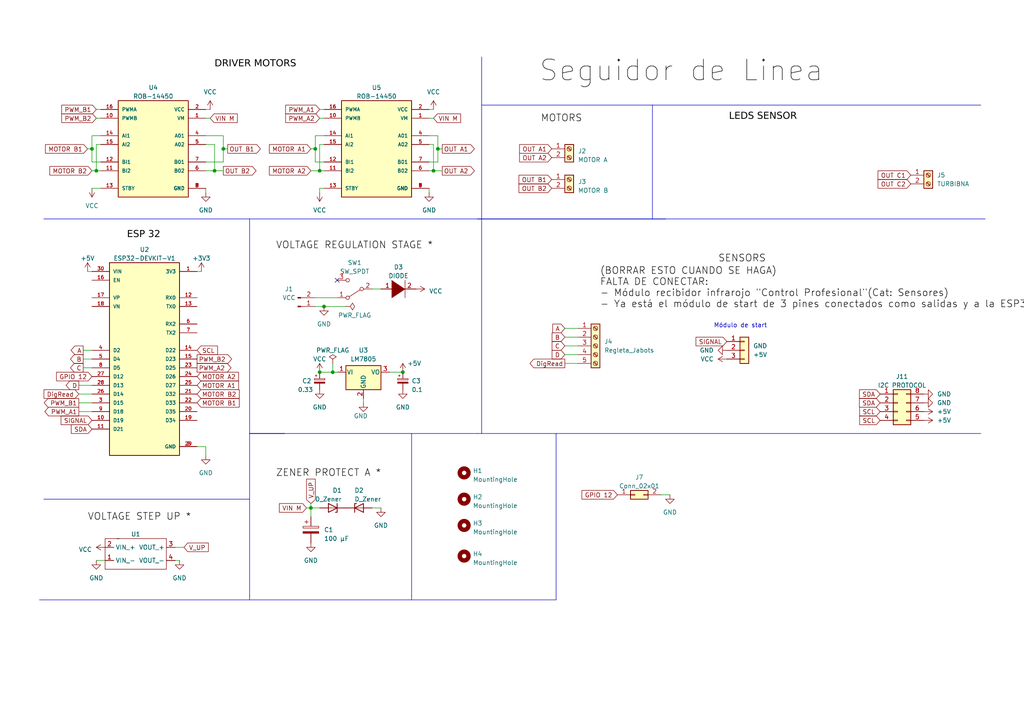
<source format=kicad_sch>
(kicad_sch (version 20230121) (generator eeschema)
  (paper "A4")
  (lib_symbols
    (symbol "Connector:Conn_01x02_Male" (pin_names (offset 1.016) hide)
      (property "Reference" "J1" (at -2.54 2.54 0))
      (property "Value" "VCC" (at -2.54 0 0))
      (symbol "Conn_01x02_Male_1_1"
        (rectangle (start 0 -2.413) (end 0.8636 -2.667) (stroke (width 0.1524)) (fill (type outline)))
        (polyline (pts (xy 1.27 -2.54) (xy 0.8636 -2.54)) (stroke (width 0.1524)))
        (polyline (pts (xy 1.27 0) (xy 0.8636 0)) (stroke (width 0.1524)))
        (rectangle (start 0.8636 0.127) (end 0 -0.127) (stroke (width 0.1524)) (fill (type outline)))
        (pin passive line (at 5.08 -2.54 180) (length 3.81) (name "Pin_2") (number "1"))
        (pin passive line (at 5.08 0 180) (length 3.81) (name "Pin_1") (number "2"))
      )
    )
    (symbol "Connector:Screw_Terminal_01x02" (pin_names (offset 1.016) hide)
      (property "Reference" "J" (at 0 2.54 0))
      (property "Value" "Screw_Terminal_01x02" (at 0 -5.08 0))
      (symbol "Screw_Terminal_01x02_1_1"
        (rectangle (start -1.27 1.27) (end 1.27 -3.81) (stroke (width 0.254)) (fill (type background)))
        (circle (center 0 -2.54) (radius 0.635) (stroke (width 0.1524)))
        (polyline (pts (xy -0.5334 -2.2098) (xy 0.3302 -3.048)) (stroke (width 0.1524)))
        (polyline (pts (xy -0.5334 0.3302) (xy 0.3302 -0.508)) (stroke (width 0.1524)))
        (polyline (pts (xy -0.3556 -2.032) (xy 0.508 -2.8702)) (stroke (width 0.1524)))
        (polyline (pts (xy -0.3556 0.508) (xy 0.508 -0.3302)) (stroke (width 0.1524)))
        (circle (center 0 0) (radius 0.635) (stroke (width 0.1524)))
        (pin passive line (at -5.08 0 0) (length 3.81) (name "Pin_1") (number "1"))
        (pin passive line (at -5.08 -2.54 0) (length 3.81) (name "Pin_2") (number "2"))
      )
    )
    (symbol "Connector:Screw_Terminal_01x05" (pin_names (offset 1.016) hide)
      (property "Reference" "J" (at 0 7.62 0))
      (property "Value" "Screw_Terminal_01x05" (at 0 -7.62 0))
      (symbol "Screw_Terminal_01x05_1_1"
        (rectangle (start -1.27 6.35) (end 1.27 -6.35) (stroke (width 0.254)) (fill (type background)))
        (circle (center 0 -5.08) (radius 0.635) (stroke (width 0.1524)))
        (circle (center 0 -2.54) (radius 0.635) (stroke (width 0.1524)))
        (polyline (pts (xy -0.5334 -4.7498) (xy 0.3302 -5.588)) (stroke (width 0.1524)))
        (polyline (pts (xy -0.5334 -2.2098) (xy 0.3302 -3.048)) (stroke (width 0.1524)))
        (polyline (pts (xy -0.5334 0.3302) (xy 0.3302 -0.508)) (stroke (width 0.1524)))
        (polyline (pts (xy -0.5334 2.8702) (xy 0.3302 2.032)) (stroke (width 0.1524)))
        (polyline (pts (xy -0.5334 5.4102) (xy 0.3302 4.572)) (stroke (width 0.1524)))
        (polyline (pts (xy -0.3556 -4.572) (xy 0.508 -5.4102)) (stroke (width 0.1524)))
        (polyline (pts (xy -0.3556 -2.032) (xy 0.508 -2.8702)) (stroke (width 0.1524)))
        (polyline (pts (xy -0.3556 0.508) (xy 0.508 -0.3302)) (stroke (width 0.1524)))
        (polyline (pts (xy -0.3556 3.048) (xy 0.508 2.2098)) (stroke (width 0.1524)))
        (polyline (pts (xy -0.3556 5.588) (xy 0.508 4.7498)) (stroke (width 0.1524)))
        (circle (center 0 0) (radius 0.635) (stroke (width 0.1524)))
        (circle (center 0 2.54) (radius 0.635) (stroke (width 0.1524)))
        (circle (center 0 5.08) (radius 0.635) (stroke (width 0.1524)))
        (pin passive line (at -5.08 5.08 0) (length 3.81) (name "Pin_1") (number "1"))
        (pin passive line (at -5.08 2.54 0) (length 3.81) (name "Pin_2") (number "2"))
        (pin passive line (at -5.08 0 0) (length 3.81) (name "Pin_3") (number "3"))
        (pin passive line (at -5.08 -2.54 0) (length 3.81) (name "Pin_4") (number "4"))
        (pin passive line (at -5.08 -5.08 0) (length 3.81) (name "Pin_5") (number "5"))
      )
    )
    (symbol "Connector_Generic:Conn_01x03" (pin_names (offset 1.016) hide)
      (property "Reference" "J" (at 0 5.08 0))
      (property "Value" "Conn_01x03" (at 0 -5.08 0))
      (symbol "Conn_01x03_1_1"
        (rectangle (start -1.27 -2.413) (end 0 -2.667) (stroke (width 0.1524)))
        (rectangle (start -1.27 0.127) (end 0 -0.127) (stroke (width 0.1524)))
        (rectangle (start -1.27 2.667) (end 0 2.413) (stroke (width 0.1524)))
        (rectangle (start -1.27 3.81) (end 1.27 -3.81) (stroke (width 0.254)) (fill (type background)))
        (pin passive line (at -5.08 2.54 0) (length 3.81) (name "Pin_1") (number "1"))
        (pin passive line (at -5.08 0 0) (length 3.81) (name "Pin_2") (number "2"))
        (pin passive line (at -5.08 -2.54 0) (length 3.81) (name "Pin_3") (number "3"))
      )
    )
    (symbol "Connector_Generic:Conn_02x01" (pin_names (offset 1.016) hide)
      (property "Reference" "J" (at 1.27 2.54 0))
      (property "Value" "Conn_02x01" (at 1.27 -2.54 0))
      (symbol "Conn_02x01_1_1"
        (rectangle (start -1.27 0.127) (end 0 -0.127) (stroke (width 0.1524)))
        (rectangle (start -1.27 1.27) (end 3.81 -1.27) (stroke (width 0.254)) (fill (type background)))
        (rectangle (start 3.81 0.127) (end 2.54 -0.127) (stroke (width 0.1524)))
        (pin passive line (at -5.08 0 0) (length 3.81) (name "Pin_1") (number "1"))
        (pin passive line (at 7.62 0 180) (length 3.81) (name "Pin_2") (number "2"))
      )
    )
    (symbol "Connector_Generic:Conn_02x04_Counter_Clockwise" (pin_names (offset 1.016) hide)
      (property "Reference" "J" (at 1.27 5.08 0))
      (property "Value" "Conn_02x04_Counter_Clockwise" (at 1.27 -7.62 0))
      (symbol "Conn_02x04_Counter_Clockwise_1_1"
        (rectangle (start -1.27 -4.953) (end 0 -5.207) (stroke (width 0.1524)))
        (rectangle (start -1.27 -2.413) (end 0 -2.667) (stroke (width 0.1524)))
        (rectangle (start -1.27 0.127) (end 0 -0.127) (stroke (width 0.1524)))
        (rectangle (start -1.27 2.667) (end 0 2.413) (stroke (width 0.1524)))
        (rectangle (start -1.27 3.81) (end 3.81 -6.35) (stroke (width 0.254)) (fill (type background)))
        (rectangle (start 3.81 -4.953) (end 2.54 -5.207) (stroke (width 0.1524)))
        (rectangle (start 3.81 -2.413) (end 2.54 -2.667) (stroke (width 0.1524)))
        (rectangle (start 3.81 0.127) (end 2.54 -0.127) (stroke (width 0.1524)))
        (rectangle (start 3.81 2.667) (end 2.54 2.413) (stroke (width 0.1524)))
        (pin passive line (at -5.08 2.54 0) (length 3.81) (name "Pin_1") (number "1"))
        (pin passive line (at -5.08 0 0) (length 3.81) (name "Pin_2") (number "2"))
        (pin passive line (at -5.08 -2.54 0) (length 3.81) (name "Pin_3") (number "3"))
        (pin passive line (at -5.08 -5.08 0) (length 3.81) (name "Pin_4") (number "4"))
        (pin passive line (at 7.62 -5.08 180) (length 3.81) (name "Pin_5") (number "5"))
        (pin passive line (at 7.62 -2.54 180) (length 3.81) (name "Pin_6") (number "6"))
        (pin passive line (at 7.62 0 180) (length 3.81) (name "Pin_7") (number "7"))
        (pin passive line (at 7.62 2.54 180) (length 3.81) (name "Pin_8") (number "8"))
      )
    )
    (symbol "Device:C_Polarized" (pin_numbers hide) (pin_names (offset 0.254))
      (property "Reference" "C" (at 0.635 2.54 0))
      (property "Value" "C_Polarized" (at 0.635 -2.54 0))
      (symbol "C_Polarized_0_1"
        (rectangle (start -2.286 0.508) (end 2.286 1.016))
        (polyline (pts (xy -1.778 2.286) (xy -0.762 2.286)))
        (polyline (pts (xy -1.27 2.794) (xy -1.27 1.778)))
        (rectangle (start 2.286 -0.508) (end -2.286 -1.016) (fill (type outline)))
      )
      (symbol "C_Polarized_1_1"
        (pin passive line (at 0 3.81 270) (length 2.794) (name "~") (number "1"))
        (pin passive line (at 0 -3.81 90) (length 2.794) (name "~") (number "2"))
      )
    )
    (symbol "Device:C_Polarized_Small" (pin_numbers hide) (pin_names (offset 0.254) hide)
      (property "Reference" "C" (at 0.254 1.778 0))
      (property "Value" "C_Polarized_Small" (at 0.254 -2.032 0))
      (symbol "C_Polarized_Small_0_1"
        (rectangle (start -1.524 -0.3048) (end 1.524 -0.6858) (fill (type outline)))
        (rectangle (start -1.524 0.6858) (end 1.524 0.3048))
        (polyline (pts (xy -1.27 1.524) (xy -0.762 1.524)))
        (polyline (pts (xy -1.016 1.27) (xy -1.016 1.778)))
      )
      (symbol "C_Polarized_Small_1_1"
        (pin passive line (at 0 2.54 270) (length 1.8542) (name "~") (number "1"))
        (pin passive line (at 0 -2.54 90) (length 1.8542) (name "~") (number "2"))
      )
    )
    (symbol "Device:D_Zener" (pin_numbers hide) (pin_names (offset 1.016) hide)
      (property "Reference" "D" (at 0 2.54 0))
      (property "Value" "D_Zener" (at 0 -2.54 0))
      (symbol "D_Zener_0_1"
        (polyline (pts (xy 1.27 0) (xy -1.27 0)))
        (polyline (pts (xy -1.27 -1.27) (xy -1.27 1.27) (xy -0.762 1.27)) (stroke (width 0.254)))
        (polyline (pts (xy 1.27 -1.27) (xy 1.27 1.27) (xy -1.27 0) (xy 1.27 -1.27)) (stroke (width 0.254)))
      )
      (symbol "D_Zener_1_1"
        (pin passive line (at -3.81 0 0) (length 2.54) (name "K") (number "1"))
        (pin passive line (at 3.81 0 180) (length 2.54) (name "A") (number "2"))
      )
    )
    (symbol "ESP32-DEVKIT-V1:ESP32-DEVKIT-V1" (pin_names (offset 1.016))
      (property "Reference" "U" (at -10.16 30.48 0))
      (property "Value" "ESP32-DEVKIT-V1" (at -10.16 -30.48 0))
      (symbol "ESP32-DEVKIT-V1_0_0"
        (rectangle (start -10.16 -27.94) (end 10.16 27.94) (stroke (width 0.254)) (fill (type background)))
        (pin output line (at 15.24 25.4 180) (length 5.08) (name "3V3") (number "1"))
        (pin bidirectional line (at -15.24 -17.78 0) (length 5.08) (name "D19") (number "10"))
        (pin bidirectional line (at -15.24 -20.32 0) (length 5.08) (name "D21") (number "11"))
        (pin input line (at 15.24 17.78 180) (length 5.08) (name "RX0") (number "12"))
        (pin output line (at 15.24 15.24 180) (length 5.08) (name "TX0") (number "13"))
        (pin bidirectional line (at 15.24 2.54 180) (length 5.08) (name "D22") (number "14"))
        (pin bidirectional line (at 15.24 0 180) (length 5.08) (name "D23") (number "15"))
        (pin input line (at -15.24 22.86 0) (length 5.08) (name "EN") (number "16"))
        (pin bidirectional line (at -15.24 17.78 0) (length 5.08) (name "VP") (number "17"))
        (pin bidirectional line (at -15.24 15.24 0) (length 5.08) (name "VN") (number "18"))
        (pin bidirectional line (at 15.24 -17.78 180) (length 5.08) (name "D34") (number "19"))
        (pin power_in line (at 15.24 -25.4 180) (length 5.08) (name "GND") (number "2"))
        (pin bidirectional line (at 15.24 -15.24 180) (length 5.08) (name "D35") (number "20"))
        (pin bidirectional line (at 15.24 -10.16 180) (length 5.08) (name "D32") (number "21"))
        (pin bidirectional line (at 15.24 -12.7 180) (length 5.08) (name "D33") (number "22"))
        (pin bidirectional line (at 15.24 -2.54 180) (length 5.08) (name "D25") (number "23"))
        (pin bidirectional line (at 15.24 -5.08 180) (length 5.08) (name "D26") (number "24"))
        (pin bidirectional line (at 15.24 -7.62 180) (length 5.08) (name "D27") (number "25"))
        (pin bidirectional line (at -15.24 -10.16 0) (length 5.08) (name "D14") (number "26"))
        (pin bidirectional line (at -15.24 -5.08 0) (length 5.08) (name "D12") (number "27"))
        (pin bidirectional line (at -15.24 -7.62 0) (length 5.08) (name "D13") (number "28"))
        (pin power_in line (at 15.24 -25.4 180) (length 5.08) (name "GND") (number "29"))
        (pin bidirectional line (at -15.24 -12.7 0) (length 5.08) (name "D15") (number "3"))
        (pin input line (at -15.24 25.4 0) (length 5.08) (name "VIN") (number "30"))
        (pin bidirectional line (at -15.24 2.54 0) (length 5.08) (name "D2") (number "4"))
        (pin bidirectional line (at -15.24 0 0) (length 5.08) (name "D4") (number "5"))
        (pin input line (at 15.24 10.16 180) (length 5.08) (name "RX2") (number "6"))
        (pin output line (at 15.24 7.62 180) (length 5.08) (name "TX2") (number "7"))
        (pin bidirectional line (at -15.24 -2.54 0) (length 5.08) (name "D5") (number "8"))
        (pin bidirectional line (at -15.24 -15.24 0) (length 5.08) (name "D18") (number "9"))
      )
    )
    (symbol "GND_1" (power) (pin_names (offset 0))
      (property "Value" "GND_1" (at 0 -3.81 0))
      (symbol "GND_1_0_1"
        (polyline (pts (xy 0 0) (xy 0 -1.27) (xy 1.27 -1.27) (xy 0 -2.54) (xy -1.27 -1.27) (xy 0 -1.27)))
      )
      (symbol "GND_1_1_1"
        (pin power_in line (at 0 0 270) (length 0) hide (name "GND") (number "1"))
      )
    )
    (symbol "GND_2" (power) (pin_names (offset 0))
      (property "Value" "GND_2" (at 0 -3.81 0))
      (symbol "GND_2_0_1"
        (polyline (pts (xy 0 0) (xy 0 -1.27) (xy 1.27 -1.27) (xy 0 -2.54) (xy -1.27 -1.27) (xy 0 -1.27)))
      )
      (symbol "GND_2_1_1"
        (pin power_in line (at 0 0 270) (length 0) hide (name "GND") (number "1"))
      )
    )
    (symbol "MT 3806 STEP UP:MT_3608"
      (property "Reference" "U" (at 15.24 -2.54 0))
      (symbol "MT_3608_0_1"
        (rectangle (start 6.35 -3.81) (end 24.13 -12.7))
      )
      (symbol "MT_3608_1_1"
        (pin input line (at 6.35 -10.16 0) (length 2.54) (name "VIN_-") (number "1"))
        (pin input line (at 6.35 -6.35 0) (length 2.54) (name "VIN_+") (number "2"))
        (pin input line (at 26.67 -6.35 180) (length 2.54) (name "VOUT_+") (number "3"))
        (pin input line (at 26.67 -10.16 180) (length 2.54) (name "VOUT_-") (number "4"))
      )
    )
    (symbol "Mechanical:MountingHole" (pin_names (offset 1.016))
      (property "Reference" "H" (at 0 5.08 0))
      (property "Value" "MountingHole" (at 0 3.175 0))
      (symbol "MountingHole_0_1"
        (circle (center 0 0) (radius 1.27) (stroke (width 1.27)))
      )
    )
    (symbol "ROB-14450:ROB-14450" (pin_names (offset 1.016))
      (property "Reference" "U" (at -10.16 16.002 0))
      (property "Value" "ROB-14450" (at -10.16 -15.24 0))
      (symbol "ROB-14450_0_0"
        (rectangle (start -10.16 -12.7) (end 10.16 15.24) (stroke (width 0.254)) (fill (type background)))
        (pin power_in line (at 15.24 10.16 180) (length 5.08) (name "VM") (number "1"))
        (pin input line (at -15.24 10.16 0) (length 5.08) (name "PWMB") (number "10"))
        (pin input line (at -15.24 -5.08 0) (length 5.08) (name "BI2") (number "11"))
        (pin input line (at -15.24 -2.54 0) (length 5.08) (name "BI1") (number "12"))
        (pin input line (at -15.24 -10.16 0) (length 5.08) (name "STBY") (number "13"))
        (pin input line (at -15.24 5.08 0) (length 5.08) (name "AI1") (number "14"))
        (pin input line (at -15.24 2.54 0) (length 5.08) (name "AI2") (number "15"))
        (pin input line (at -15.24 12.7 0) (length 5.08) (name "PWMA") (number "16"))
        (pin power_in line (at 15.24 12.7 180) (length 5.08) (name "VCC") (number "2"))
        (pin power_in line (at 15.24 -10.16 180) (length 5.08) (name "GND") (number "3"))
        (pin output line (at 15.24 5.08 180) (length 5.08) (name "A01") (number "4"))
        (pin output line (at 15.24 2.54 180) (length 5.08) (name "A02") (number "5"))
        (pin output line (at 15.24 -5.08 180) (length 5.08) (name "B02") (number "6"))
        (pin output line (at 15.24 -2.54 180) (length 5.08) (name "B01") (number "7"))
        (pin power_in line (at 15.24 -10.16 180) (length 5.08) (name "GND") (number "8"))
        (pin power_in line (at 15.24 -10.16 180) (length 5.08) (name "GND") (number "9"))
      )
    )
    (symbol "Regulator_Linear:LM7805_TO220" (pin_names (offset 0.254))
      (property "Reference" "U" (at -3.81 3.175 0))
      (property "Value" "LM7805_TO220" (at 0 3.175 0))
      (symbol "LM7805_TO220_0_1"
        (rectangle (start -5.08 1.905) (end 5.08 -5.08) (stroke (width 0.254)) (fill (type background)))
      )
      (symbol "LM7805_TO220_1_1"
        (pin power_in line (at -7.62 0 0) (length 2.54) (name "VI") (number "1"))
        (pin power_in line (at 0 -7.62 90) (length 2.54) (name "GND") (number "2"))
        (pin power_out line (at 7.62 0 180) (length 2.54) (name "VO") (number "3"))
      )
    )
    (symbol "Switch:SW_SPDT" (pin_names (offset 0) hide)
      (property "Reference" "SW" (at 0 4.318 0))
      (property "Value" "SW_SPDT" (at 0 -5.08 0))
      (symbol "SW_SPDT_0_0"
        (circle (center -2.032 0) (radius 0.508))
        (circle (center 2.032 -2.54) (radius 0.508))
      )
      (symbol "SW_SPDT_0_1"
        (polyline (pts (xy -1.524 0.254) (xy 1.651 2.286)))
        (circle (center 2.032 2.54) (radius 0.508))
      )
      (symbol "SW_SPDT_1_1"
        (pin passive line (at 5.08 2.54 180) (length 2.54) (name "A") (number "1"))
        (pin passive line (at -5.08 0 0) (length 2.54) (name "B") (number "2"))
        (pin passive line (at 5.08 -2.54 180) (length 2.54) (name "C") (number "3"))
      )
    )
    (symbol "VCC_1" (power) (pin_names (offset 0))
      (property "Value" "VCC_1" (at 0 3.81 0))
      (symbol "VCC_1_0_1"
        (polyline (pts (xy -0.762 1.27) (xy 0 2.54)))
        (polyline (pts (xy 0 0) (xy 0 2.54)))
        (polyline (pts (xy 0 2.54) (xy 0.762 1.27)))
      )
      (symbol "VCC_1_1_1"
        (pin power_in line (at 0 0 90) (length 0) hide (name "VCC") (number "1"))
      )
    )
    (symbol "VCC_2" (power) (pin_names (offset 0))
      (property "Value" "VCC_2" (at 0 3.81 0))
      (symbol "VCC_2_0_1"
        (polyline (pts (xy -0.762 1.27) (xy 0 2.54)))
        (polyline (pts (xy 0 0) (xy 0 2.54)))
        (polyline (pts (xy 0 2.54) (xy 0.762 1.27)))
      )
      (symbol "VCC_2_1_1"
        (pin power_in line (at 0 0 90) (length 0) hide (name "VCC") (number "1"))
      )
    )
    (symbol "VCC_3" (power) (pin_names (offset 0))
      (property "Value" "VCC_3" (at 0 3.81 0))
      (symbol "VCC_3_0_1"
        (polyline (pts (xy -0.762 1.27) (xy 0 2.54)))
        (polyline (pts (xy 0 0) (xy 0 2.54)))
        (polyline (pts (xy 0 2.54) (xy 0.762 1.27)))
      )
      (symbol "VCC_3_1_1"
        (pin power_in line (at 0 0 90) (length 0) hide (name "VCC") (number "1"))
      )
    )
    (symbol "power:+3.3V" (power) (pin_names (offset 0))
      (property "Value" "+3.3V" (at 0 3.556 0))
      (symbol "+3.3V_0_1"
        (polyline (pts (xy -0.762 1.27) (xy 0 2.54)))
        (polyline (pts (xy 0 0) (xy 0 2.54)))
        (polyline (pts (xy 0 2.54) (xy 0.762 1.27)))
      )
      (symbol "+3.3V_1_1"
        (pin power_in line (at 0 0 90) (length 0) hide (name "+3V3") (number "1"))
      )
    )
    (symbol "power:+5V" (power) (pin_names (offset 0))
      (property "Value" "+5V" (at 0 3.556 0))
      (symbol "+5V_0_1"
        (polyline (pts (xy -0.762 1.27) (xy 0 2.54)))
        (polyline (pts (xy 0 0) (xy 0 2.54)))
        (polyline (pts (xy 0 2.54) (xy 0.762 1.27)))
      )
      (symbol "+5V_1_1"
        (pin power_in line (at 0 0 90) (length 0) hide (name "+5V") (number "1"))
      )
    )
    (symbol "power:GND" (power) (pin_names (offset 0))
      (property "Value" "GND" (at 0 -3.81 0))
      (symbol "GND_0_1"
        (polyline (pts (xy 0 0) (xy 0 -1.27) (xy 1.27 -1.27) (xy 0 -2.54) (xy -1.27 -1.27) (xy 0 -1.27)))
      )
      (symbol "GND_1_1"
        (pin power_in line (at 0 0 270) (length 0) hide (name "GND") (number "1"))
      )
    )
    (symbol "power:PWR_FLAG" (power) (pin_numbers hide) (pin_names (offset 0) hide)
      (property "Value" "PWR_FLAG" (at 0 3.81 0))
      (symbol "PWR_FLAG_0_0"
        (pin power_out line (at 0 0 90) (length 0) (name "pwr") (number "1"))
      )
      (symbol "PWR_FLAG_0_1"
        (polyline (pts (xy 0 0) (xy 0 1.27) (xy -1.016 1.905) (xy 0 2.54) (xy 1.016 1.905) (xy 0 1.27)))
      )
    )
    (symbol "power:VCC" (power) (pin_names (offset 0))
      (property "Value" "VCC" (at 0 3.81 0))
      (symbol "VCC_0_1"
        (polyline (pts (xy -0.762 1.27) (xy 0 2.54)))
        (polyline (pts (xy 0 0) (xy 0 2.54)))
        (polyline (pts (xy 0 2.54) (xy 0.762 1.27)))
      )
      (symbol "VCC_1_1"
        (pin power_in line (at 0 0 90) (length 0) hide (name "VCC") (number "1"))
      )
    )
    (symbol "pspice:DIODE" (pin_names (offset 1.016) hide)
      (property "Reference" "D" (at 0 3.81 0))
      (property "Value" "DIODE" (at 0 -4.445 0))
      (symbol "DIODE_0_1"
        (polyline (pts (xy 1.905 2.54) (xy 1.905 -2.54)))
        (polyline (pts (xy -1.905 2.54) (xy -1.905 -2.54) (xy 1.905 0)) (fill (type outline)))
      )
      (symbol "DIODE_1_1"
        (pin input line (at -5.08 0 0) (length 3.81) (name "K") (number "1"))
        (pin input line (at 5.08 0 180) (length 3.81) (name "A") (number "2"))
      )
    )
  )
  (junction (at 62.23 49.53))
  (junction (at 92.71 107.95))
  (junction (at 91.44 43.18))
  (junction (at 125.73 49.53))
  (junction (at 116.84 107.95))
  (junction (at 96.52 107.95))
  (junction (at 90.17 147.32))
  (junction (at 92.71 49.53))
  (junction (at 26.67 43.18))
  (junction (at 27.94 49.53))
  (junction (at 64.77 43.18))
  (junction (at 93.98 88.9))
  (junction (at 127 43.18))
  (no_connect (at 97.79 81.28))
  (wire (pts (xy 125.73 49.53) (xy 124.46 49.53)))
  (polyline (pts (xy 139.7 63.5) (xy 138.43 63.5)))
  (polyline (pts (xy 72.39 125.73) (xy 82.55 125.73)))
  (wire (pts (xy 59.69 54.61) (xy 59.69 55.88)))
  (wire (pts (xy 25.4 43.18) (xy 26.67 43.18)))
  (wire (pts (xy 62.23 41.91) (xy 62.23 49.53)))
  (wire (pts (xy 92.71 41.91) (xy 92.71 49.53)))
  (wire (pts (xy 163.83 100.33) (xy 167.64 100.33)))
  (wire (pts (xy 64.77 49.53) (xy 62.23 49.53)))
  (wire (pts (xy 116.84 107.95) (xy 113.03 107.95)))
  (wire (pts (xy 107.95 147.32) (xy 110.49 147.32)))
  (polyline (pts (xy 139.7 30.48) (xy 189.23 30.48)))
  (wire (pts (xy 59.69 41.91) (xy 62.23 41.91)))
  (wire (pts (xy 59.69 49.53) (xy 62.23 49.53)))
  (wire (pts (xy 124.46 31.75) (xy 125.73 31.75)))
  (wire (pts (xy 96.52 105.41) (xy 96.52 107.95)))
  (polyline (pts (xy 139.7 63.5) (xy 285.75 63.5)))
  (wire (pts (xy 27.94 31.75) (xy 29.21 31.75)))
  (wire (pts (xy 26.67 43.18) (xy 26.67 46.99)))
  (wire (pts (xy 93.98 39.37) (xy 91.44 39.37)))
  (wire (pts (xy 125.73 41.91) (xy 125.73 49.53)))
  (wire (pts (xy 64.77 39.37) (xy 64.77 43.18)))
  (wire (pts (xy 163.83 102.87) (xy 167.64 102.87)))
  (wire (pts (xy 93.98 49.53) (xy 92.71 49.53)))
  (wire (pts (xy 29.21 39.37) (xy 26.67 39.37)))
  (wire (pts (xy 163.83 95.25) (xy 167.64 95.25)))
  (wire (pts (xy 88.9 147.32) (xy 90.17 147.32)))
  (wire (pts (xy 26.67 54.61) (xy 29.21 54.61)))
  (polyline (pts (xy 72.39 63.5) (xy 72.39 144.78)))
  (wire (pts (xy 124.46 41.91) (xy 125.73 41.91)))
  (wire (pts (xy 22.86 111.76) (xy 26.67 111.76)))
  (wire (pts (xy 105.41 115.57) (xy 105.41 116.84)))
  (wire (pts (xy 64.77 43.18) (xy 66.04 43.18)))
  (wire (pts (xy 52.07 162.56) (xy 50.8 162.56)))
  (wire (pts (xy 24.13 106.68) (xy 26.67 106.68)))
  (polyline (pts (xy 138.43 125.73) (xy 284.48 125.73)))
  (wire (pts (xy 59.69 39.37) (xy 64.77 39.37)))
  (wire (pts (xy 91.44 39.37) (xy 91.44 43.18)))
  (wire (pts (xy 93.98 54.61) (xy 92.71 54.61)))
  (wire (pts (xy 58.42 78.74) (xy 57.15 78.74)))
  (wire (pts (xy 59.69 34.29) (xy 60.96 34.29)))
  (polyline (pts (xy 72.39 63.5) (xy 139.7 63.5)))
  (wire (pts (xy 125.73 49.53) (xy 128.27 49.53)))
  (polyline (pts (xy 189.23 30.48) (xy 284.48 30.48)))
  (wire (pts (xy 163.83 97.79) (xy 167.64 97.79)))
  (wire (pts (xy 22.86 119.38) (xy 26.67 119.38)))
  (polyline (pts (xy 72.39 144.78) (xy 12.7 144.78)))
  (wire (pts (xy 90.17 43.18) (xy 91.44 43.18)))
  (wire (pts (xy 91.44 43.18) (xy 91.44 46.99)))
  (polyline (pts (xy 72.39 172.72) (xy 72.39 173.99)))
  (wire (pts (xy 64.77 43.18) (xy 64.77 46.99)))
  (polyline (pts (xy 139.7 16.51) (xy 139.7 63.5)))
  (polyline (pts (xy 161.29 173.99) (xy 161.29 125.73)))
  (wire (pts (xy 92.71 54.61) (xy 92.71 55.88)))
  (wire (pts (xy 24.13 104.14) (xy 26.67 104.14)))
  (wire (pts (xy 110.49 83.82) (xy 107.95 83.82)))
  (wire (pts (xy 22.86 114.3) (xy 26.67 114.3)))
  (wire (pts (xy 100.33 88.9) (xy 93.98 88.9)))
  (wire (pts (xy 91.44 46.99) (xy 93.98 46.99)))
  (wire (pts (xy 127 43.18) (xy 128.27 43.18)))
  (wire (pts (xy 127 43.18) (xy 127 46.99)))
  (wire (pts (xy 59.69 31.75) (xy 60.96 31.75)))
  (polyline (pts (xy 119.38 172.72) (xy 119.38 173.99)))
  (polyline (pts (xy 11.43 173.99) (xy 161.29 173.99)))
  (wire (pts (xy 59.69 129.54) (xy 59.69 132.08)))
  (wire (pts (xy 27.94 41.91) (xy 27.94 49.53)))
  (wire (pts (xy 124.46 39.37) (xy 127 39.37)))
  (polyline (pts (xy 12.7 63.5) (xy 72.39 63.5)))
  (wire (pts (xy 124.46 34.29) (xy 125.73 34.29)))
  (wire (pts (xy 59.69 129.54) (xy 57.15 129.54)))
  (wire (pts (xy 124.46 46.99) (xy 127 46.99)))
  (wire (pts (xy 24.13 101.6) (xy 26.67 101.6)))
  (wire (pts (xy 92.71 34.29) (xy 93.98 34.29)))
  (wire (pts (xy 96.52 107.95) (xy 97.79 107.95)))
  (wire (pts (xy 26.67 46.99) (xy 29.21 46.99)))
  (wire (pts (xy 27.94 162.56) (xy 30.48 162.56)))
  (wire (pts (xy 22.86 116.84) (xy 26.67 116.84)))
  (wire (pts (xy 91.44 86.36) (xy 97.79 86.36)))
  (wire (pts (xy 50.8 158.75) (xy 53.34 158.75)))
  (polyline (pts (xy 72.39 144.78) (xy 72.39 172.72)))
  (wire (pts (xy 194.31 143.51) (xy 191.77 143.51)))
  (wire (pts (xy 90.17 147.32) (xy 92.71 147.32)))
  (wire (pts (xy 127 39.37) (xy 127 43.18)))
  (wire (pts (xy 27.94 49.53) (xy 29.21 49.53)))
  (wire (pts (xy 124.46 54.61) (xy 124.46 55.88)))
  (wire (pts (xy 92.71 31.75) (xy 93.98 31.75)))
  (wire (pts (xy 26.67 39.37) (xy 26.67 43.18)))
  (wire (pts (xy 25.4 78.74) (xy 26.67 78.74)))
  (polyline (pts (xy 72.39 125.73) (xy 138.43 125.73)))
  (wire (pts (xy 90.17 146.05) (xy 90.17 147.32)))
  (polyline (pts (xy 139.7 125.73) (xy 139.7 63.5)))
  (wire (pts (xy 93.98 88.9) (xy 91.44 88.9)))
  (wire (pts (xy 29.21 41.91) (xy 27.94 41.91)))
  (wire (pts (xy 92.71 41.91) (xy 93.98 41.91)))
  (wire (pts (xy 163.83 105.41) (xy 167.64 105.41)))
  (wire (pts (xy 90.17 49.53) (xy 92.71 49.53)))
  (wire (pts (xy 27.94 34.29) (xy 29.21 34.29)))
  (polyline (pts (xy 189.23 63.5) (xy 189.23 30.48)))
  (wire (pts (xy 59.69 46.99) (xy 64.77 46.99)))
  (polyline (pts (xy 139.7 63.5) (xy 193.04 63.5)))
  (wire (pts (xy 92.71 107.95) (xy 96.52 107.95)))
  (wire (pts (xy 90.17 149.86) (xy 90.17 147.32)))
  (wire (pts (xy 26.67 49.53) (xy 27.94 49.53)))
  (polyline (pts (xy 119.38 125.73) (xy 119.38 172.72)))
  (text "ZENER PROTECT A *\n" (at 80.01 138.43 0) (effects (font (size 2 2)) (justify left bottom)))
  (text "DRIVER MOTORS\n" (at 62.23 20.32 0) (effects (font (size 2 2)) (justify left bottom)))
  (text "Módulo de start" (at 207.01 95.25 0) (effects (font (size 1.27 1.27)) (justify left bottom)))
  (text "Seguidor de Linea" (at 156.21 24.13 0) (effects (font (size 6 6)) (justify left bottom)))
  (text "(BORRAR ESTO CUANDO SE HAGA)\nFALTA DE CONECTAR:\n- Módulo recibidor infrarojo \"Control Profesional\"(Cat: Sensores)\n- Ya está el módulo de start de 3 pines conectados como salidas y a la ESP32 como entradas\n\n" (at 173.99 92.71 0) (effects (font (size 2 2)) (justify left bottom)))
  (text "LEDS SENSOR\n" (at 231.14 35.56 0) (effects (font (size 2 2)) (justify right bottom)))
  (text "MOTORS" (at 168.91 35.56 0) (effects (font (size 2 2)) (justify right bottom)))
  (text "VOLTAGE STEP UP *" (at 25.4 151.13 0) (effects (font (size 2 2)) (justify left bottom)))
  (text "ESP 32" (at 36.83 69.85 0) (effects (font (size 2 2)) (justify left bottom)))
  (text "SENSORS" (at 208.28 76.2 0) (effects (font (size 2 2)) (justify left bottom)))
  (text "VOLTAGE REGULATION STAGE *" (at 80.01 72.39 0) (effects (font (size 2 2)) (justify left bottom)))
  (global_label "OUT C1" (shape input) (at 264.16 50.8 180) (property "Intersheetrefs" "${INTERSHEET_REFS}" (effects hide)))
  (global_label "SIGNAL" (shape input) (at 210.82 99.06 180) (property "Intersheetrefs" "${INTERSHEET_REFS}" (effects hide)))
  (global_label "B" (shape input) (at 163.83 97.79 180) (property "Intersheetrefs" "${INTERSHEET_REFS}" (effects hide)))
  (global_label "PWM_A1" (shape output) (at 22.86 119.38 180) (property "Intersheetrefs" "${INTERSHEET_REFS}" (effects hide)))
  (global_label "SDA" (shape input) (at 255.27 114.3 180) (property "Intersheetrefs" "${INTERSHEET_REFS}" (effects hide)))
  (global_label "VIN M" (shape input) (at 125.73 34.29 0) (property "Intersheetrefs" "${INTERSHEET_REFS}" (effects hide)))
  (global_label "DigRead" (shape output) (at 163.83 105.41 180) (property "Intersheetrefs" "${INTERSHEET_REFS}" (effects hide)))
  (global_label "MOTOR A2" (shape input) (at 57.15 109.22 0) (property "Intersheetrefs" "${INTERSHEET_REFS}" (effects hide)))
  (global_label "D" (shape input) (at 163.83 102.87 180) (property "Intersheetrefs" "${INTERSHEET_REFS}" (effects hide)))
  (global_label "C" (shape input) (at 163.83 100.33 180) (property "Intersheetrefs" "${INTERSHEET_REFS}" (effects hide)))
  (global_label "GPIO 12" (shape input) (at 179.07 143.51 180) (property "Intersheetrefs" "${INTERSHEET_REFS}" (effects hide)))
  (global_label "SIGNAL" (shape input) (at 26.67 121.92 180) (property "Intersheetrefs" "${INTERSHEET_REFS}" (effects hide)))
  (global_label "PWM_A2" (shape input) (at 92.71 34.29 180) (property "Intersheetrefs" "${INTERSHEET_REFS}" (effects hide)))
  (global_label "B" (shape output) (at 24.13 104.14 180) (property "Intersheetrefs" "${INTERSHEET_REFS}" (effects hide)))
  (global_label "A" (shape input) (at 163.83 95.25 180) (property "Intersheetrefs" "${INTERSHEET_REFS}" (effects hide)))
  (global_label "OUT B2" (shape input) (at 160.02 54.61 180) (property "Intersheetrefs" "${INTERSHEET_REFS}" (effects hide)))
  (global_label "VIN M" (shape input) (at 88.9 147.32 180) (property "Intersheetrefs" "${INTERSHEET_REFS}" (effects hide)))
  (global_label "OUT A1" (shape input) (at 160.02 43.18 180) (property "Intersheetrefs" "${INTERSHEET_REFS}" (effects hide)))
  (global_label "SCL" (shape input) (at 57.15 101.6 0) (property "Intersheetrefs" "${INTERSHEET_REFS}" (effects hide)))
  (global_label "OUT B1" (shape input) (at 160.02 52.07 180) (property "Intersheetrefs" "${INTERSHEET_REFS}" (effects hide)))
  (global_label "OUT B2" (shape output) (at 64.77 49.53 0) (property "Intersheetrefs" "${INTERSHEET_REFS}" (effects hide)))
  (global_label "OUT A1" (shape output) (at 128.27 43.18 0) (property "Intersheetrefs" "${INTERSHEET_REFS}" (effects hide)))
  (global_label "OUT B1" (shape output) (at 66.04 43.18 0) (property "Intersheetrefs" "${INTERSHEET_REFS}" (effects hide)))
  (global_label "MOTOR A1" (shape input) (at 57.15 111.76 0) (property "Intersheetrefs" "${INTERSHEET_REFS}" (effects hide)))
  (global_label "V_UP" (shape input) (at 53.34 158.75 0) (property "Intersheetrefs" "${INTERSHEET_REFS}" (effects hide)))
  (global_label "SDA" (shape input) (at 26.67 124.46 180) (property "Intersheetrefs" "${INTERSHEET_REFS}" (effects hide)))
  (global_label "PWM_B1" (shape input) (at 27.94 31.75 180) (property "Intersheetrefs" "${INTERSHEET_REFS}" (effects hide)))
  (global_label "MOTOR A1" (shape input) (at 90.17 43.18 180) (property "Intersheetrefs" "${INTERSHEET_REFS}" (effects hide)))
  (global_label "PWM_B2" (shape input) (at 27.94 34.29 180) (property "Intersheetrefs" "${INTERSHEET_REFS}" (effects hide)))
  (global_label "GPIO 12" (shape input) (at 26.67 109.22 180) (property "Intersheetrefs" "${INTERSHEET_REFS}" (effects hide)))
  (global_label "D" (shape output) (at 22.86 111.76 180) (property "Intersheetrefs" "${INTERSHEET_REFS}" (effects hide)))
  (global_label "SCL" (shape input) (at 255.27 119.38 180) (property "Intersheetrefs" "${INTERSHEET_REFS}" (effects hide)))
  (global_label "VIN M" (shape input) (at 60.96 34.29 0) (property "Intersheetrefs" "${INTERSHEET_REFS}" (effects hide)))
  (global_label "PWM_A1" (shape input) (at 92.71 31.75 180) (property "Intersheetrefs" "${INTERSHEET_REFS}" (effects hide)))
  (global_label "OUT A2" (shape input) (at 160.02 45.72 180) (property "Intersheetrefs" "${INTERSHEET_REFS}" (effects hide)))
  (global_label "MOTOR B1" (shape input) (at 57.15 116.84 0) (property "Intersheetrefs" "${INTERSHEET_REFS}" (effects hide)))
  (global_label "SCL" (shape input) (at 255.27 121.92 180) (property "Intersheetrefs" "${INTERSHEET_REFS}" (effects hide)))
  (global_label "A" (shape output) (at 24.13 101.6 180) (property "Intersheetrefs" "${INTERSHEET_REFS}" (effects hide)))
  (global_label "MOTOR A2" (shape input) (at 90.17 49.53 180) (property "Intersheetrefs" "${INTERSHEET_REFS}" (effects hide)))
  (global_label "V_UP" (shape input) (at 90.17 146.05 90) (property "Intersheetrefs" "${INTERSHEET_REFS}" (effects hide)))
  (global_label "OUT A2" (shape output) (at 128.27 49.53 0) (property "Intersheetrefs" "${INTERSHEET_REFS}" (effects hide)))
  (global_label "MOTOR B1" (shape input) (at 25.4 43.18 180) (property "Intersheetrefs" "${INTERSHEET_REFS}" (effects hide)))
  (global_label "MOTOR B2" (shape input) (at 26.67 49.53 180) (property "Intersheetrefs" "${INTERSHEET_REFS}" (effects hide)))
  (global_label "OUT C2" (shape input) (at 264.16 53.34 180) (property "Intersheetrefs" "${INTERSHEET_REFS}" (effects hide)))
  (global_label "SDA" (shape input) (at 255.27 116.84 180) (property "Intersheetrefs" "${INTERSHEET_REFS}" (effects hide)))
  (global_label "MOTOR B2" (shape input) (at 57.15 114.3 0) (property "Intersheetrefs" "${INTERSHEET_REFS}" (effects hide)))
  (global_label "PWM_B1" (shape output) (at 22.86 116.84 180) (property "Intersheetrefs" "${INTERSHEET_REFS}" (effects hide)))
  (global_label "DigRead" (shape input) (at 22.86 114.3 180) (property "Intersheetrefs" "${INTERSHEET_REFS}" (effects hide)))
  (global_label "C" (shape output) (at 24.13 106.68 180) (property "Intersheetrefs" "${INTERSHEET_REFS}" (effects hide)))
  (global_label "PWM_B2" (shape output) (at 57.15 104.14 0) (property "Intersheetrefs" "${INTERSHEET_REFS}" (effects hide)))
  (global_label "PWM_A2" (shape output) (at 57.15 106.68 0) (property "Intersheetrefs" "${INTERSHEET_REFS}" (effects hide)))
  (symbol (lib_name "GND_1") (lib_id "power:GND") (at 124.46 55.88 0) (unit 1)
    (property "Reference" "#PWR022" (effects hide))
    (property "Value" "GND" (at 124.46 60.96 0))
  )
  (symbol (lib_id "power:+5V") (at 25.4 78.74 0) (unit 1)
    (property "Reference" "#PWR02" (effects hide))
    (property "Value" "+5V" (at 25.4 74.93 0))
  )
  (symbol (lib_id "power:GND") (at 105.41 116.84 0) (unit 1)
    (property "Reference" "#PWR015" (effects hide))
    (property "Value" "GND" (at 106.68 120.65 0) (effects (justify right)))
  )
  (symbol (lib_id "power:+5V") (at 116.84 107.95 0) (unit 1)
    (property "Reference" "#PWR017" (effects hide))
    (property "Value" "+5V" (at 118.11 105.41 0) (effects (justify left)))
  )
  (symbol (lib_id "power:VCC") (at 92.71 107.95 0) (unit 1)
    (property "Reference" "#PWR011" (effects hide))
    (property "Value" "VCC" (at 92.71 104.14 0))
  )
  (symbol (lib_id "power:GND") (at 92.71 113.03 0) (unit 1)
    (property "Reference" "#PWR012" (effects hide))
    (property "Value" "GND" (at 92.71 118.11 0))
  )
  (symbol (lib_id "Connector_Generic:Conn_02x01") (at 184.15 143.51 0) (unit 1)
    (property "Reference" "J7" (at 185.42 138.43 0))
    (property "Value" "Conn_02x01" (at 185.42 140.97 0))
    (property "Footprint" "Button_Switch_THT:SW_PUSH_6mm_H5mm" (effects hide))
  )
  (symbol (lib_name "VCC_1") (lib_id "power:VCC") (at 60.96 31.75 0) (unit 1)
    (property "Reference" "#PWR05" (effects hide))
    (property "Value" "VCC" (at 60.96 26.67 0))
  )
  (symbol (lib_id "Switch:SW_SPDT") (at 102.87 83.82 180) (unit 1)
    (property "Reference" "SW1" (at 102.87 76.2 0))
    (property "Value" "SW_SPDT" (at 102.87 78.74 0))
    (property "Footprint" "Connector_PinHeader_2.54mm:PinHeader_1x03_P2.54mm_Vertical" (effects hide))
  )
  (symbol (lib_id "power:GND") (at 59.69 132.08 0) (unit 1)
    (property "Reference" "#PWR08" (effects hide))
    (property "Value" "GND" (at 59.69 137.16 0))
  )
  (symbol (lib_name "GND_2") (lib_id "power:GND") (at 210.82 101.6 270) (unit 1)
    (property "Reference" "#PWR025" (effects hide))
    (property "Value" "GND" (at 207.01 101.6 90) (effects (justify right)))
  )
  (symbol (lib_id "power:GND") (at 110.49 147.32 0) (unit 1)
    (property "Reference" "#PWR016" (effects hide))
    (property "Value" "GND" (at 110.49 152.4 0))
  )
  (symbol (lib_id "power:PWR_FLAG") (at 100.33 88.9 270) (unit 1)
    (property "Reference" "#FLG02" (effects hide))
    (property "Value" "PWR_FLAG" (at 102.87 91.44 90))
  )
  (symbol (lib_id "power:+5V") (at 267.97 121.92 270) (unit 1)
    (property "Reference" "#PWR048" (effects hide))
    (property "Value" "+5V" (at 271.78 121.92 90) (effects (justify left)))
  )
  (symbol (lib_id "Device:C_Polarized") (at 90.17 153.67 0) (unit 1)
    (property "Reference" "C1" (at 93.98 153.67 0) (effects (justify left)))
    (property "Value" "100 μF " (at 93.98 156.21 0) (effects (justify left)))
    (property "Footprint" "Capacitor_SMD:CP_Elec_6.3x5.9" (effects hide))
  )
  (symbol (lib_id "power:GND") (at 27.94 162.56 0) (unit 1)
    (property "Reference" "#PWR03" (effects hide))
    (property "Value" "GND" (at 27.94 167.64 0))
  )
  (symbol (lib_id "ROB-14450:ROB-14450") (at 109.22 44.45 0) (unit 1)
    (property "Reference" "U5" (at 109.22 25.4 0))
    (property "Value" "ROB-14450" (at 109.22 27.94 0))
    (property "Footprint" "ROB-14450:MODULE_ROB-14450" (effects hide))
    (property "MF" "SparkFun Electronics" (effects hide))
    (property "Description" "\nTB6612FNG Motor Controller/Driver Power Management Evaluation Board\n" (effects hide))
    (property "Package" "None" (effects hide))
    (property "Price" "None" (effects hide))
    (property "Check_prices" "https://www.snapeda.com/parts/ROB-14450/SparkFun+Electronics/view-part/?ref=eda" (effects hide))
    (property "STANDARD" "Manufacturer Recommendation" (effects hide))
    (property "PARTREV" "11-13-17" (effects hide))
    (property "SnapEDA_Link" "https://www.snapeda.com/parts/ROB-14450/SparkFun+Electronics/view-part/?ref=snap" (effects hide))
    (property "MP" "ROB-14450" (effects hide))
    (property "Purchase-URL" "https://www.snapeda.com/api/url_track_click_mouser/?unipart_id=2656367&manufacturer=SparkFun Electronics&part_name=ROB-14450&search_term=None" (effects hide))
    (property "Availability" "In Stock" (effects hide))
    (property "MANUFACTURER" "Sparkfun Electronics" (effects hide))
  )
  (symbol (lib_name "GND_1") (lib_id "power:GND") (at 59.69 55.88 0) (unit 1)
    (property "Reference" "#PWR01" (effects hide))
    (property "Value" "GND" (at 59.69 60.96 0))
  )
  (symbol (lib_id "Mechanical:MountingHole") (at 134.62 137.16 0) (unit 1)
    (property "Reference" "H1" (at 137.16 136.525 0) (effects (justify left)))
    (property "Value" "MountingHole" (at 137.16 139.065 0) (effects (justify left)))
    (property "Footprint" "MountingHole:MountingHole_3.2mm_M3_Pad_Via" (effects hide))
  )
  (symbol (lib_id "Device:D_Zener") (at 104.14 147.32 0) (unit 1)
    (property "Reference" "D2" (at 104.14 142.24 0))
    (property "Value" "D_Zener" (at 106.68 144.78 0))
    (property "Footprint" "Diode_THT:D_A-405_P7.62mm_Horizontal" (effects hide))
  )
  (symbol (lib_id "power:GND") (at 267.97 116.84 90) (unit 1)
    (property "Reference" "#PWR046" (effects hide))
    (property "Value" "GND" (at 271.78 116.84 90) (effects (justify right)))
  )
  (symbol (lib_id "Mechanical:MountingHole") (at 134.62 161.29 0) (unit 1)
    (property "Reference" "H4" (at 137.16 160.655 0) (effects (justify left)))
    (property "Value" "MountingHole" (at 137.16 163.195 0) (effects (justify left)))
    (property "Footprint" "MountingHole:MountingHole_3.2mm_M3_Pad_Via" (effects hide))
  )
  (symbol (lib_id "Connector_Generic:Conn_02x04_Counter_Clockwise") (at 260.35 116.84 0) (unit 1)
    (property "Reference" "J11" (at 261.62 109.22 0))
    (property "Value" "I2C PROTOCOL" (at 261.62 111.76 0))
    (property "Footprint" "Connector_PinHeader_2.54mm:PinHeader_2x04_P2.54mm_Vertical" (effects hide))
  )
  (symbol (lib_name "VCC_2") (lib_id "power:VCC") (at 26.67 54.61 180) (unit 1)
    (property "Reference" "#PWR020" (effects hide))
    (property "Value" "VCC" (at 26.67 59.69 0))
  )
  (symbol (lib_id "ROB-14450:ROB-14450") (at 44.45 44.45 0) (unit 1)
    (property "Reference" "U4" (at 44.45 25.4 0))
    (property "Value" "ROB-14450" (at 44.45 27.94 0))
    (property "Footprint" "ROB-14450:MODULE_ROB-14450" (effects hide))
    (property "MF" "SparkFun Electronics" (effects hide))
    (property "Description" "\nTB6612FNG Motor Controller/Driver Power Management Evaluation Board\n" (effects hide))
    (property "Package" "None" (effects hide))
    (property "Price" "None" (effects hide))
    (property "Check_prices" "https://www.snapeda.com/parts/ROB-14450/SparkFun+Electronics/view-part/?ref=eda" (effects hide))
    (property "STANDARD" "Manufacturer Recommendation" (effects hide))
    (property "PARTREV" "11-13-17" (effects hide))
    (property "SnapEDA_Link" "https://www.snapeda.com/parts/ROB-14450/SparkFun+Electronics/view-part/?ref=snap" (effects hide))
    (property "MP" "ROB-14450" (effects hide))
    (property "Purchase-URL" "https://www.snapeda.com/api/url_track_click_mouser/?unipart_id=2656367&manufacturer=SparkFun Electronics&part_name=ROB-14450&search_term=None" (effects hide))
    (property "Availability" "In Stock" (effects hide))
    (property "MANUFACTURER" "Sparkfun Electronics" (effects hide))
  )
  (symbol (lib_id "Device:C_Polarized_Small") (at 92.71 110.49 0) (unit 1)
    (property "Reference" "C2" (at 87.63 110.49 0) (effects (justify left)))
    (property "Value" "0.33  " (at 86.36 113.03 0) (effects (justify left)))
    (property "Footprint" "Capacitor_SMD:CP_Elec_6.3x5.9" (effects hide))
  )
  (symbol (lib_id "ESP32-DEVKIT-V1:ESP32-DEVKIT-V1") (at 41.91 104.14 0) (unit 1)
    (property "Reference" "U2" (at 41.91 72.39 0))
    (property "Value" "ESP32-DEVKIT-V1" (at 41.91 74.93 0))
    (property "Footprint" "ESP32-DEVKIT-V1:MODULE_ESP32_DEVKIT_V1" (effects hide))
    (property "PARTREV" "N/A" (effects hide))
    (property "MANUFACTURER" "DOIT" (effects hide))
    (property "MAXIMUM_PACKAGE_HEIGHT" "6.8 mm" (effects hide))
    (property "STANDARD" "Manufacturer Recommendations" (effects hide))
  )
  (symbol (lib_id "power:PWR_FLAG") (at 96.52 105.41 0) (unit 1)
    (property "Reference" "#FLG01" (effects hide))
    (property "Value" "PWR_FLAG" (at 96.52 101.6 0))
  )
  (symbol (lib_id "Connector:Screw_Terminal_01x05") (at 172.72 100.33 0) (unit 1)
    (property "Reference" "J4" (at 175.26 99.06 0) (effects (justify left)))
    (property "Value" "Regleta_Jabots" (at 175.26 101.6 0) (effects (justify left)))
  )
  (symbol (lib_id "power:+5V") (at 267.97 119.38 270) (unit 1)
    (property "Reference" "#PWR047" (effects hide))
    (property "Value" "+5V" (at 271.78 119.38 90) (effects (justify left)))
  )
  (symbol (lib_id "Connector:Screw_Terminal_01x02") (at 269.24 50.8 0) (unit 1)
    (property "Reference" "J5" (at 271.78 50.8 0) (effects (justify left)))
    (property "Value" "TURBIBNA" (at 271.78 53.34 0) (effects (justify left)))
    (property "Footprint" "TerminalBlock_4Ucon:TerminalBlock_4Ucon_1x02_P3.50mm_Horizontal" (effects hide))
  )
  (symbol (lib_id "power:GND") (at 52.07 162.56 0) (unit 1)
    (property "Reference" "#PWR06" (effects hide))
    (property "Value" "GND" (at 52.07 167.64 0))
  )
  (symbol (lib_id "power:+3.3V") (at 58.42 78.74 0) (unit 1)
    (property "Reference" "#PWR07" (effects hide))
    (property "Value" "+3.3V" (at 58.42 74.93 0))
  )
  (symbol (lib_id "Connector:Screw_Terminal_01x02") (at 165.1 43.18 0) (unit 1)
    (property "Reference" "J2" (at 167.64 43.815 0) (effects (justify left)))
    (property "Value" "MOTOR A" (at 167.64 46.355 0) (effects (justify left)))
    (property "Footprint" "TerminalBlock_4Ucon:TerminalBlock_4Ucon_1x02_P3.50mm_Horizontal" (effects hide))
  )
  (symbol (lib_id "power:VCC") (at 30.48 158.75 90) (unit 1)
    (property "Reference" "#PWR04" (effects hide))
    (property "Value" "VCC" (at 26.67 159.385 90) (effects (justify left)))
  )
  (symbol (lib_id "power:GND") (at 116.84 113.03 0) (unit 1)
    (property "Reference" "#PWR018" (effects hide))
    (property "Value" "GND" (at 116.84 118.11 0))
  )
  (symbol (lib_id "Mechanical:MountingHole") (at 134.62 152.4 0) (unit 1)
    (property "Reference" "H3" (at 137.16 151.765 0) (effects (justify left)))
    (property "Value" "MountingHole" (at 137.16 154.305 0) (effects (justify left)))
    (property "Footprint" "MountingHole:MountingHole_3.2mm_M3_Pad_Via" (effects hide))
  )
  (symbol (lib_id "power:GND") (at 93.98 88.9 0) (unit 1)
    (property "Reference" "#PWR013" (effects hide))
    (property "Value" "GND" (at 93.98 93.98 0))
  )
  (symbol (lib_name "VCC_1") (lib_id "power:VCC") (at 125.73 31.75 0) (unit 1)
    (property "Reference" "#PWR023" (effects hide))
    (property "Value" "VCC" (at 125.73 26.67 0))
  )
  (symbol (lib_id "Connector:Screw_Terminal_01x02") (at 165.1 52.07 0) (unit 1)
    (property "Reference" "J3" (at 167.64 52.705 0) (effects (justify left)))
    (property "Value" "MOTOR B" (at 167.64 55.245 0) (effects (justify left)))
    (property "Footprint" "TerminalBlock_4Ucon:TerminalBlock_4Ucon_1x02_P3.50mm_Horizontal" (effects hide))
  )
  (symbol (lib_id "Mechanical:MountingHole") (at 134.62 144.78 0) (unit 1)
    (property "Reference" "H2" (at 137.16 144.145 0) (effects (justify left)))
    (property "Value" "MountingHole" (at 137.16 146.685 0) (effects (justify left)))
    (property "Footprint" "MountingHole:MountingHole_3.2mm_M3_Pad_Via" (effects hide))
  )
  (symbol (lib_id "Regulator_Linear:LM7805_TO220") (at 105.41 107.95 0) (unit 1)
    (property "Reference" "U3" (at 105.41 101.6 0))
    (property "Value" "LM7805" (at 105.41 104.14 0))
    (property "Footprint" "Package_TO_SOT_SMD:TO-252-2" (effects hide))
    (property "Datasheet" "https://www.onsemi.cn/PowerSolutions/document/MC7800-D.PDF" (effects hide))
  )
  (symbol (lib_name "VCC_3") (lib_id "power:VCC") (at 210.82 104.14 90) (unit 1)
    (property "Reference" "#PWR024" (effects hide))
    (property "Value" "VCC" (at 207.01 104.14 90) (effects (justify left)))
  )
  (symbol (lib_id "Connector_Generic:Conn_01x03") (at 215.9 101.6 0) (unit 1)
    (property "Reference" "GND" (at 218.44 100.33 0) (effects (justify left)))
    (property "Value" "+5V" (at 218.44 102.87 0) (effects (justify left)))
    (property "Footprint" "Connector_PinHeader_2.54mm:PinHeader_1x03_P2.54mm_Vertical" (effects hide))
  )
  (symbol (lib_id "MT 3806 STEP UP:MT_3608") (at 24.13 152.4 0) (unit 1)
    (property "Reference" "U1" (at 39.37 154.94 0))
    (property "Value" "~" (at 34.29 156.21 0))
    (property "Footprint" "misc_footprints:MT3608_module" (effects hide))
  )
  (symbol (lib_id "Connector:Conn_01x02_Male") (at 86.36 86.36 0) (unit 1)
    (property "Reference" "J1" (at 83.82 83.82 0))
    (property "Value" "VCC" (at 83.82 86.36 0))
    (property "Footprint" "Connector_AMASS:AMASS_XT30U-F_1x02_P5.0mm_Vertical" (effects hide))
  )
  (symbol (lib_id "power:GND") (at 194.31 143.51 0) (unit 1)
    (property "Reference" "#PWR030" (effects hide))
    (property "Value" "GND" (at 194.31 148.59 0))
  )
  (symbol (lib_id "power:VCC") (at 120.65 83.82 270) (unit 1)
    (property "Reference" "#PWR019" (effects hide))
    (property "Value" "VCC" (at 124.46 84.455 90) (effects (justify left)))
  )
  (symbol (lib_id "Device:D_Zener") (at 96.52 147.32 180) (unit 1)
    (property "Reference" "D1" (at 97.79 142.24 0))
    (property "Value" "D_Zener" (at 95.25 144.78 0))
    (property "Footprint" "Diode_THT:D_A-405_P7.62mm_Horizontal" (effects hide))
  )
  (symbol (lib_id "Device:C_Polarized_Small") (at 116.84 110.49 0) (unit 1)
    (property "Reference" "C3" (at 119.38 110.49 0) (effects (justify left)))
    (property "Value" "0.1 " (at 119.38 113.03 0) (effects (justify left)))
    (property "Footprint" "Capacitor_SMD:CP_Elec_6.3x5.9" (effects hide))
  )
  (symbol (lib_id "pspice:DIODE") (at 115.57 83.82 0) (unit 1)
    (property "Reference" "D3" (at 115.57 77.47 0))
    (property "Value" "DIODE" (at 115.57 80.01 0))
    (property "Footprint" "Diode_THT:D_A-405_P7.62mm_Horizontal" (effects hide))
  )
  (symbol (lib_id "power:GND") (at 267.97 114.3 90) (unit 1)
    (property "Reference" "#PWR045" (effects hide))
    (property "Value" "GND" (at 271.78 114.3 90) (effects (justify right)))
  )
  (symbol (lib_id "power:GND") (at 90.17 157.48 0) (unit 1)
    (property "Reference" "#PWR010" (effects hide))
    (property "Value" "GND" (at 90.17 162.56 0))
  )
  (symbol (lib_name "VCC_2") (lib_id "power:VCC") (at 92.71 55.88 180) (unit 1)
    (property "Reference" "#PWR021" (effects hide))
    (property "Value" "VCC" (at 92.71 60.96 0))
  )
)
</source>
